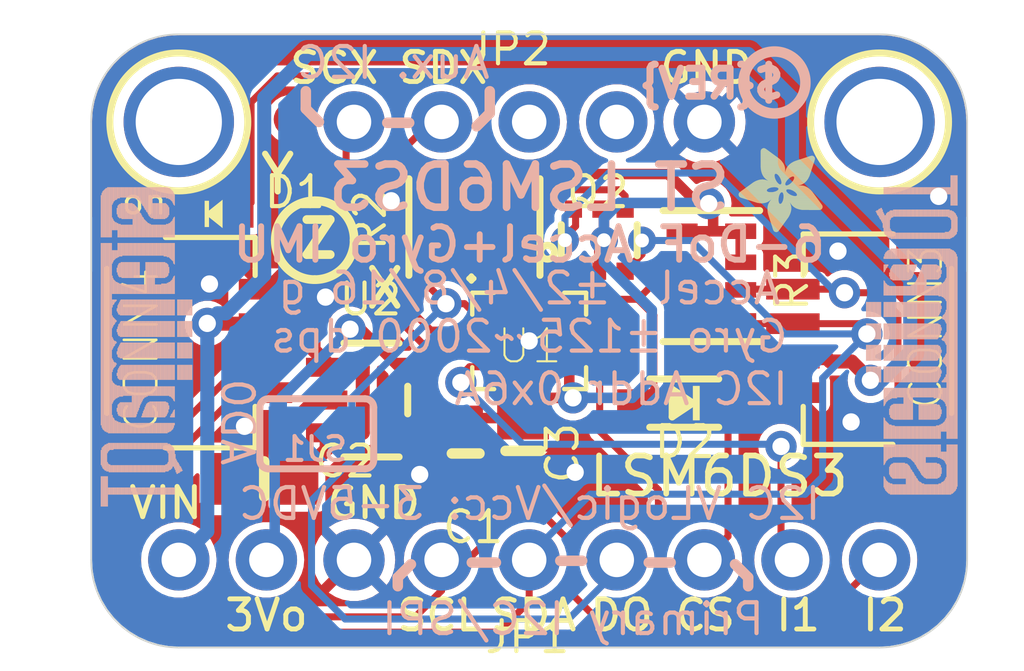
<source format=kicad_pcb>
(kicad_pcb (version 20221018) (generator pcbnew)
  (layers (0 "F.Cu" signal) (31 "B.Cu" signal) (34 "B.Paste" user) (35 "F.Paste" user) (36 "B.SilkS" user "B.Silkscreen") (37 "F.SilkS" user "F.Silkscreen") (38 "B.Mask" user) (39 "F.Mask" user) (44 "Edge.Cuts" user))
  (net 0 "")
  (net 1 "GND")
  (net 2 "SDA")
  (net 3 "SCL")
  (net 4 "SCL_3V")
  (net 5 "SDA_3V")
  (net 6 "3.3V")
  (net 7 "VCC")
  (net 8 "N$1")
  (net 9 "INT1")
  (net 10 "INT2")
  (net 11 "SDO")
  (net 12 "SDX")
  (net 13 "SCX")
  (net 14 "CS_5V")
  (net 15 "CS_3V")
  (footprint "working:RESPACK_4X0603" (layer "F.Cu") (at 153.7843 103.124 90)
    (fp_text reference "R3" (at -1.092 2.337 90) (layer "F.SilkS") (effects (font (size 0.896031 0.896031) (thickness 0.119969)) (justify left)))
    (fp_text value "10K")
    (pad "1" smd rect (at -1.3 0.85 90) (size 0.45 0.9) (layers "F.Cu" "F.Paste" "F.Mask") (net 2 "SDA"))
    (pad "2" smd rect (at -0.4 0.85 90) (size 0.45 0.9) (layers "F.Cu" "F.Paste" "F.Mask") (net 3 "SCL"))
    (pad "3" smd rect (at 0.4 0.85 90) (size 0.45 0.9) (layers "F.Cu" "F.Paste" "F.Mask") (net 6 "3.3V"))
    (pad "4" smd rect (at 1.3 0.85 90) (size 0.45 0.9) (layers "F.Cu" "F.Paste" "F.Mask") (net 6 "3.3V"))
    (pad "5" smd rect (at 1.3 -0.85 90) (size 0.45 0.9) (layers "F.Cu" "F.Paste" "F.Mask") (net 6 "3.3V"))
    (pad "6" smd rect (at 0.4 -0.85 90) (size 0.45 0.9) (layers "F.Cu" "F.Paste" "F.Mask") (net 15 "CS_3V"))
    (pad "7" smd rect (at -0.4 -0.85 90) (size 0.45 0.9) (layers "F.Cu" "F.Paste" "F.Mask") (net 7 "VCC"))
    (pad "8" smd rect (at -1.3 -0.85 90) (size 0.45 0.9) (layers "F.Cu" "F.Paste" "F.Mask") (net 7 "VCC"))
  )
  (footprint "working:SOT23-5" (layer "F.Cu") (at 143.9291 106.7181 -90)
    (fp_text reference "U2" (at -2.921 -0.943) (layer "F.SilkS") (effects (font (size 0.896031 0.896031) (thickness 0.119969)) (justify right)))
    (fp_text value "AP2112K-3.3")
    (pad "1" smd rect (at -0.95 1.3001 270) (size 0.55 1.2) (layers "F.Cu" "F.Paste" "F.Mask") (net 7 "VCC"))
    (pad "2" smd rect (at 0 1.3001 270) (size 0.55 1.2) (layers "F.Cu" "F.Paste" "F.Mask") (net 1 "GND"))
    (pad "3" smd rect (at 0.95 1.3001 270) (size 0.55 1.2) (layers "F.Cu" "F.Paste" "F.Mask") (net 7 "VCC"))
    (pad "4" smd rect (at 0.95 -1.3001 270) (size 0.55 1.2) (layers "F.Cu" "F.Paste" "F.Mask"))
    (pad "5" smd rect (at -0.95 -1.3001 270) (size 0.55 1.2) (layers "F.Cu" "F.Paste" "F.Mask") (net 6 "3.3V"))
  )
  (footprint "working:0805-NO" (layer "F.Cu") (at 148.3233 108.1913 -90)
    (fp_text reference "C3" (at -0.889 -1.143 90) (layer "F.SilkS") (effects (font (size 0.896031 0.896031) (thickness 0.119969)) (justify right)))
    (fp_text value "10uF")
    (pad "1" smd rect (at -0.95 0 270) (size 1.24 1.5) (layers "F.Cu" "F.Paste" "F.Mask") (net 6 "3.3V"))
    (pad "2" smd rect (at 0.95 0 270) (size 1.24 1.5) (layers "F.Cu" "F.Paste" "F.Mask") (net 1 "GND"))
  )
  (footprint "working:SOD-323" (layer "F.Cu") (at 152.9969 106.807 180)
    (fp_text reference "D2" (at -0.973 -1.127) (layer "F.SilkS") (effects (font (size 0.896031 0.896031) (thickness 0.119969)) (justify right)))
    (fp_text value "1N4148")
    (pad "A" smd rect (at 1.27 0 180) (size 1.35 0.8) (layers "F.Cu" "F.Paste" "F.Mask") (net 15 "CS_3V"))
    (pad "C" smd rect (at -1.27 0 180) (size 1.35 0.8) (layers "F.Cu" "F.Paste" "F.Mask") (net 14 "CS_5V"))
  )
  (footprint "working:1X05_ROUND_70" (layer "F.Cu") (at 148.5011 98.6536 180)
    (fp_text reference "JP2" (at -0.7112 2.1082) (layer "F.SilkS") (effects (font (size 0.896031 0.896031) (thickness 0.119969)) (justify right)))
    (fp_text value "")
    (pad "1" thru_hole circle (at -5.08 0 270) (size 1.778 1.778) (drill 1) (layers "*.Cu" "*.Mask") (net 1 "GND"))
    (pad "2" thru_hole circle (at -2.54 0 270) (size 1.778 1.778) (drill 1) (layers "*.Cu" "*.Mask"))
    (pad "3" thru_hole circle (at 0 0 270) (size 1.778 1.778) (drill 1) (layers "*.Cu" "*.Mask"))
    (pad "4" thru_hole circle (at 2.54 0 270) (size 1.778 1.778) (drill 1) (layers "*.Cu" "*.Mask") (net 12 "SDX"))
    (pad "5" thru_hole circle (at 5.08 0 270) (size 1.778 1.778) (drill 1) (layers "*.Cu" "*.Mask") (net 13 "SCX"))
  )
  (footprint "working:FIDUCIAL_1MM" (layer "F.Cu") (at 141.5923 98.5774)
    (fp_text reference "FID3" hide)
    (fp_text value "FIDUCIAL_1MM" hide)
    (pad "1" smd roundrect (at 0 0) (size 1 1) (layers "F.Cu" "F.Mask") (roundrect_rratio 0.5))
  )
  (footprint "working:MOUNTINGHOLE_2.5_PLATED" (layer "F.Cu") (at 138.3411 98.6536)
    (fp_text reference "U$1" hide)
    (fp_text value "MOUNTINGHOLE2.5" hide)
    (pad "P$1" thru_hole circle (at 0 0) (size 3.2 3.2) (drill 2.5) (layers "*.Cu" "*.Mask"))
    (zone (net 0) (net_name "") (layer "F.Cu") (connect_pads (clearance 0)) (min_thickness 0.25)
      (keepout (tracks not_allowed) (vias not_allowed) (pads not_allowed) (copperpour not_allowed) (footprints allowed))
      (fill (thermal_gap 0.5) (thermal_bridge_width 0.5))
      (polygon (pts (xy 140.3571 98.6536) (xy 140.33748 98.373027) (xy 140.279004 98.097915) (xy 140.182808 97.833619) (xy 140.050765 97.585283) (xy 139.885446 97.35774) (xy 139.690067 97.15542) (xy 139.468433 96.98226) (xy 139.224856 96.841631) (xy 138.964078 96.73627) (xy 138.691175 96.668228) (xy 138.411457 96.638828) (xy 138.130371 96.648644) (xy 137.853385 96.697484) (xy 137.585893 96.784397) (xy 137.3331 96.907693) (xy 137.099926 97.06497) (xy 136.890911 97.253169) (xy 136.710122 97.468625) (xy 136.561078 97.707145) (xy 136.44668 97.964087) (xy 136.369154 98.23445) (xy 136.330011 98.512971) (xy 136.330011 98.794229) (xy 136.369154 99.07275) (xy 136.44668 99.343113) (xy 136.561078 99.600055) (xy 136.710122 99.838575) (xy 136.890911 100.054031) (xy 137.099926 100.24223) (xy 137.3331 100.399507) (xy 137.585893 100.522803) (xy 137.853385 100.609716) (xy 138.130371 100.658556) (xy 138.411457 100.668372) (xy 138.691175 100.638972) (xy 138.964078 100.57093) (xy 139.224856 100.465569) (xy 139.468433 100.32494) (xy 139.690067 100.15178) (xy 139.885446 99.94946) (xy 140.050765 99.721917) (xy 140.182808 99.473581) (xy 140.279004 99.209285) (xy 140.33748 98.934173)))
      (polygon (pts (xy 138.3251 98.6536) (xy 138.329786 98.664914) (xy 138.3411 98.6696) (xy 138.352414 98.664914) (xy 138.3571 98.6536) (xy 138.352414 98.642286) (xy 138.3411 98.6376) (xy 138.329786 98.642286)))
    )
    (zone (net 0) (net_name "") (layer "B.Cu") (connect_pads (clearance 0)) (min_thickness 0.25)
      (keepout (tracks not_allowed) (vias not_allowed) (pads not_allowed) (copperpour not_allowed) (footprints allowed))
      (fill (thermal_gap 0.5) (thermal_bridge_width 0.5))
      (polygon (pts (xy 140.3571 98.6536) (xy 140.33748 98.373027) (xy 140.279004 98.097915) (xy 140.182808 97.833619) (xy 140.050765 97.585283) (xy 139.885446 97.35774) (xy 139.690067 97.15542) (xy 139.468433 96.98226) (xy 139.224856 96.841631) (xy 138.964078 96.73627) (xy 138.691175 96.668228) (xy 138.411457 96.638828) (xy 138.130371 96.648644) (xy 137.853385 96.697484) (xy 137.585893 96.784397) (xy 137.3331 96.907693) (xy 137.099926 97.06497) (xy 136.890911 97.253169) (xy 136.710122 97.468625) (xy 136.561078 97.707145) (xy 136.44668 97.964087) (xy 136.369154 98.23445) (xy 136.330011 98.512971) (xy 136.330011 98.794229) (xy 136.369154 99.07275) (xy 136.44668 99.343113) (xy 136.561078 99.600055) (xy 136.710122 99.838575) (xy 136.890911 100.054031) (xy 137.099926 100.24223) (xy 137.3331 100.399507) (xy 137.585893 100.522803) (xy 137.853385 100.609716) (xy 138.130371 100.658556) (xy 138.411457 100.668372) (xy 138.691175 100.638972) (xy 138.964078 100.57093) (xy 139.224856 100.465569) (xy 139.468433 100.32494) (xy 139.690067 100.15178) (xy 139.885446 99.94946) (xy 140.050765 99.721917) (xy 140.182808 99.473581) (xy 140.279004 99.209285) (xy 140.33748 98.934173)))
      (polygon (pts (xy 138.3251 98.6536) (xy 138.329786 98.664914) (xy 138.3411 98.6696) (xy 138.352414 98.664914) (xy 138.3571 98.6536) (xy 138.352414 98.642286) (xy 138.3411 98.6376) (xy 138.329786 98.642286)))
    )
  )
  (footprint "working:ADAFRUIT_2.5MM" (layer "F.Cu") (at 157.0101 99.4156 180)
    (fp_text reference "U$9" hide)
    (fp_text value "" hide)
  )
  (footprint "working:SOT363" (layer "F.Cu") (at 150.5331 102.0826)
    (fp_text reference "Q2" (at -1.016 -1.397) (layer "F.SilkS") (effects (font (size 0.896031 0.896031) (thickness 0.119969)) (justify left)))
    (fp_text value "BSS138")
    (pad "1" smd rect (at -0.75 0.9) (size 0.5 0.5) (layers "F.Cu" "F.Paste" "F.Mask") (net 4 "SCL_3V"))
    (pad "2" smd rect (at 0 0.9) (size 0.4 0.5) (layers "F.Cu" "F.Paste" "F.Mask") (net 6 "3.3V"))
    (pad "3" smd rect (at 0.75 0.9) (size 0.5 0.5) (layers "F.Cu" "F.Paste" "F.Mask") (net 2 "SDA"))
    (pad "4" smd rect (at 0.75 -0.9) (size 0.5 0.5) (layers "F.Cu" "F.Paste" "F.Mask") (net 5 "SDA_3V"))
    (pad "5" smd rect (at 0 -0.9) (size 0.4 0.5) (layers "F.Cu" "F.Paste" "F.Mask") (net 6 "3.3V"))
    (pad "6" smd rect (at -0.75 -0.9) (size 0.5 0.5) (layers "F.Cu" "F.Paste" "F.Mask") (net 3 "SCL"))
  )
  (footprint "working:LGA-14L" (layer "F.Cu") (at 148.5011 105.0036)
    (fp_text reference "U1" (at -0.984 0.151) (layer "F.SilkS") (effects (font (size 0.956178 0.956178) (thickness 0.059822)) (justify left)))
    (fp_text value "LSM6DS3")
    (fp_text user "." (at -2.159 -1.524) (layer "F.SilkS") (effects (font (size 1.63576 1.63576) (thickness 0.14224)) (justify left bottom)))
    (pad "1" smd rect (at -1.1625 -0.75) (size 0.475 0.25) (layers "F.Cu" "F.Paste" "F.Mask") (net 11 "SDO"))
    (pad "2" smd rect (at -1.1625 -0.25) (size 0.475 0.25) (layers "F.Cu" "F.Paste" "F.Mask") (net 12 "SDX"))
    (pad "3" smd rect (at -1.1625 0.25) (size 0.475 0.25) (layers "F.Cu" "F.Paste" "F.Mask") (net 13 "SCX"))
    (pad "4" smd rect (at -1.1625 0.75) (size 0.475 0.25) (layers "F.Cu" "F.Paste" "F.Mask") (net 9 "INT1"))
    (pad "5" smd rect (at -0.5 0.9125 90) (size 0.475 0.25) (layers "F.Cu" "F.Paste" "F.Mask") (net 6 "3.3V"))
    (pad "6" smd rect (at 0 0.9125 90) (size 0.475 0.25) (layers "F.Cu" "F.Paste" "F.Mask") (net 1 "GND"))
    (pad "7" smd rect (at 0.5 0.9125 90) (size 0.475 0.25) (layers "F.Cu" "F.Paste" "F.Mask") (net 1 "GND"))
    (pad "8" smd rect (at 1.1625 0.75 180) (size 0.475 0.25) (layers "F.Cu" "F.Paste" "F.Mask") (net 6 "3.3V"))
    (pad "9" smd rect (at 1.1625 0.25 180) (size 0.475 0.25) (layers "F.Cu" "F.Paste" "F.Mask") (net 10 "INT2"))
    (pad "10" smd rect (at 1.1625 -0.25 180) (size 0.475 0.25) (layers "F.Cu" "F.Paste" "F.Mask"))
    (pad "11" smd rect (at 1.1625 -0.75 180) (size 0.475 0.25) (layers "F.Cu" "F.Paste" "F.Mask"))
    (pad "12" smd rect (at 0.5 -0.9125 270) (size 0.475 0.25) (layers "F.Cu" "F.Paste" "F.Mask") (net 15 "CS_3V"))
    (pad "13" smd rect (at 0 -0.9125 270) (size 0.475 0.25) (layers "F.Cu" "F.Paste" "F.Mask") (net 4 "SCL_3V"))
    (pad "14" smd rect (at -0.5 -0.9125 270) (size 0.475 0.25) (layers "F.Cu" "F.Paste" "F.Mask") (net 5 "SDA_3V"))
  )
  (footprint "working:JST_SH4" (layer "F.Cu") (at 138.3411 105.0036 -90)
    (fp_text reference "CONN4" (at -2.187 1.085 90) (layer "F.SilkS") (effects (font (size 0.941222 0.941222) (thickness 0.074778)) (justify right)))
    (fp_text value "STEMMA_I2C_QT" hide)
    (pad "1" smd rect (at -1.5 -2.514) (size 1.55 0.6) (layers "F.Cu" "F.Paste" "F.Mask") (net 1 "GND"))
    (pad "2" smd rect (at -0.5 -2.514) (size 1.55 0.6) (layers "F.Cu" "F.Paste" "F.Mask") (net 7 "VCC"))
    (pad "3" smd rect (at 0.5 -2.514) (size 1.55 0.6) (layers "F.Cu" "F.Paste" "F.Mask") (net 2 "SDA"))
    (pad "4" smd rect (at 1.5 -2.514) (size 1.55 0.6) (layers "F.Cu" "F.Paste" "F.Mask") (net 3 "SCL"))
    (pad "MT1" smd rect (at -2.8 1.386) (size 1.8 1.2) (layers "F.Cu" "F.Paste" "F.Mask"))
    (pad "MT2" smd rect (at 2.8 1.386) (size 1.8 1.2) (layers "F.Cu" "F.Paste" "F.Mask"))
  )
  (footprint "working:0805-NO" (layer "F.Cu") (at 140.8176 109.0041 180)
    (fp_text reference "C2" (at -3.302 0.508) (layer "F.SilkS") (effects (font (size 0.896031 0.896031) (thickness 0.119969)) (justify right)))
    (fp_text value "10uF")
    (pad "1" smd rect (at -0.95 0 180) (size 1.24 1.5) (layers "F.Cu" "F.Paste" "F.Mask") (net 7 "VCC"))
    (pad "2" smd rect (at 0.95 0 180) (size 1.24 1.5) (layers "F.Cu" "F.Paste" "F.Mask") (net 1 "GND"))
  )
  (footprint "working:JST_SH4" (layer "F.Cu") (at 158.6611 105.0036 90)
    (fp_text reference "CONN3" (at -2.06 1.339 90) (layer "F.SilkS") (effects (font (size 0.941222 0.941222) (thickness 0.074778)) (justify left)))
    (fp_text value "STEMMA_I2C_QT" hide)
    (pad "1" smd rect (at -1.5 -2.514 180) (size 1.55 0.6) (layers "F.Cu" "F.Paste" "F.Mask") (net 1 "GND"))
    (pad "2" smd rect (at -0.5 -2.514 180) (size 1.55 0.6) (layers "F.Cu" "F.Paste" "F.Mask") (net 7 "VCC"))
    (pad "3" smd rect (at 0.5 -2.514 180) (size 1.55 0.6) (layers "F.Cu" "F.Paste" "F.Mask") (net 2 "SDA"))
    (pad "4" smd rect (at 1.5 -2.514 180) (size 1.55 0.6) (layers "F.Cu" "F.Paste" "F.Mask") (net 3 "SCL"))
    (pad "MT1" smd rect (at -2.8 1.386 180) (size 1.8 1.2) (layers "F.Cu" "F.Paste" "F.Mask"))
    (pad "MT2" smd rect (at 2.8 1.386 180) (size 1.8 1.2) (layers "F.Cu" "F.Paste" "F.Mask"))
  )
  (footprint "working:FIDUCIAL_1MM" (layer "F.Cu") (at 160.2359 109.5248)
    (fp_text reference "FID4" hide)
    (fp_text value "FIDUCIAL_1MM" hide)
    (pad "1" smd roundrect (at 0 0) (size 1 1) (layers "F.Cu" "F.Mask") (roundrect_rratio 0.5))
  )
  (footprint "working:CHIPLED_0603_NOOUTLINE" (layer "F.Cu") (at 139.3571 101.3206 90)
    (fp_text reference "D1" (at 0.635 3.302) (layer "F.SilkS") (effects (font (size 0.896031 0.896031) (thickness 0.119969)) (justify right)))
    (fp_text value "GREEN")
    (pad "A" smd rect (at 0 0.75 90) (size 0.8 0.8) (layers "F.Cu" "F.Paste" "F.Mask") (net 8 "N$1"))
    (pad "C" smd rect (at 0 -0.75 90) (size 0.8 0.8) (layers "F.Cu" "F.Paste" "F.Mask") (net 1 "GND"))
  )
  (footprint "working:MOUNTINGHOLE_2.5_PLATED" (layer "F.Cu") (at 158.6611 98.6536)
    (fp_text reference "U$17" hide)
    (fp_text value "MOUNTINGHOLE2.5" hide)
    (pad "P$1" thru_hole circle (at 0 0) (size 3.2 3.2) (drill 2.5) (layers "*.Cu" "*.Mask"))
    (zone (net 0) (net_name "") (layer "F.Cu") (connect_pads (clearance 0)) (min_thickness 0.25)
      (keepout (tracks not_allowed) (vias not_allowed) (pads not_allowed) (copperpour not_allowed) (footprints allowed))
      (fill (thermal_gap 0.5) (thermal_bridge_width 0.5))
      (polygon (pts (xy 160.6771 98.6536) (xy 160.65748 98.373027) (xy 160.599004 98.097915) (xy 160.502808 97.833619) (xy 160.370765 97.585283) (xy 160.205446 97.35774) (xy 160.010067 97.15542) (xy 159.788433 96.98226) (xy 159.544856 96.841631) (xy 159.284078 96.73627) (xy 159.011175 96.668228) (xy 158.731457 96.638828) (xy 158.450371 96.648644) (xy 158.173385 96.697484) (xy 157.905893 96.784397) (xy 157.6531 96.907693) (xy 157.419926 97.06497) (xy 157.210911 97.253169) (xy 157.030122 97.468625) (xy 156.881078 97.707145) (xy 156.76668 97.964087) (xy 156.689154 98.23445) (xy 156.650011 98.512971) (xy 156.650011 98.794229) (xy 156.689154 99.07275) (xy 156.76668 99.343113) (xy 156.881078 99.600055) (xy 157.030122 99.838575) (xy 157.210911 100.054031) (xy 157.419926 100.24223) (xy 157.6531 100.399507) (xy 157.905893 100.522803) (xy 158.173385 100.609716) (xy 158.450371 100.658556) (xy 158.731457 100.668372) (xy 159.011175 100.638972) (xy 159.284078 100.57093) (xy 159.544856 100.465569) (xy 159.788433 100.32494) (xy 160.010067 100.15178) (xy 160.205446 99.94946) (xy 160.370765 99.721917) (xy 160.502808 99.473581) (xy 160.599004 99.209285) (xy 160.65748 98.934173)))
      (polygon (pts (xy 158.6451 98.6536) (xy 158.649786 98.664914) (xy 158.6611 98.6696) (xy 158.672414 98.664914) (xy 158.6771 98.6536) (xy 158.672414 98.642286) (xy 158.6611 98.6376) (xy 158.649786 98.642286)))
    )
    (zone (net 0) (net_name "") (layer "B.Cu") (connect_pads (clearance 0)) (min_thickness 0.25)
      (keepout (tracks not_allowed) (vias not_allowed) (pads not_allowed) (copperpour not_allowed) (footprints allowed))
      (fill (thermal_gap 0.5) (thermal_bridge_width 0.5))
      (polygon (pts (xy 160.6771 98.6536) (xy 160.65748 98.373027) (xy 160.599004 98.097915) (xy 160.502808 97.833619) (xy 160.370765 97.585283) (xy 160.205446 97.35774) (xy 160.010067 97.15542) (xy 159.788433 96.98226) (xy 159.544856 96.841631) (xy 159.284078 96.73627) (xy 159.011175 96.668228) (xy 158.731457 96.638828) (xy 158.450371 96.648644) (xy 158.173385 96.697484) (xy 157.905893 96.784397) (xy 157.6531 96.907693) (xy 157.419926 97.06497) (xy 157.210911 97.253169) (xy 157.030122 97.468625) (xy 156.881078 97.707145) (xy 156.76668 97.964087) (xy 156.689154 98.23445) (xy 156.650011 98.512971) (xy 156.650011 98.794229) (xy 156.689154 99.07275) (xy 156.76668 99.343113) (xy 156.881078 99.600055) (xy 157.030122 99.838575) (xy 157.210911 100.054031) (xy 157.419926 100.24223) (xy 157.6531 100.399507) (xy 157.905893 100.522803) (xy 158.173385 100.609716) (xy 158.450371 100.658556) (xy 158.731457 100.668372) (xy 159.011175 100.638972) (xy 159.284078 100.57093) (xy 159.544856 100.465569) (xy 159.788433 100.32494) (xy 160.010067 100.15178) (xy 160.205446 99.94946) (xy 160.370765 99.721917) (xy 160.502808 99.473581) (xy 160.599004 99.209285) (xy 160.65748 98.934173)))
      (polygon (pts (xy 158.6451 98.6536) (xy 158.649786 98.664914) (xy 158.6611 98.6696) (xy 158.672414 98.664914) (xy 158.6771 98.6536) (xy 158.672414 98.642286) (xy 158.6611 98.6376) (xy 158.649786 98.642286)))
    )
  )
  (footprint "working:1X09_ROUND_70" (layer "F.Cu") (at 148.5011 111.3536)
    (fp_text reference "JP1" (at -1.3462 2.2352) (layer "F.SilkS") (effects (font (size 0.896031 0.896031) (thickness 0.119969)) (justify left)))
    (fp_text value "")
    (pad "1" thru_hole circle (at -10.16 0 90) (size 1.778 1.778) (drill 1) (layers "*.Cu" "*.Mask") (net 7 "VCC"))
    (pad "2" thru_hole circle (at -7.62 0 90) (size 1.778 1.778) (drill 1) (layers "*.Cu" "*.Mask") (net 6 "3.3V"))
    (pad "3" thru_hole circle (at -5.08 0 90) (size 1.778 1.778) (drill 1) (layers "*.Cu" "*.Mask") (net 1 "GND"))
    (pad "4" thru_hole circle (at -2.54 0 90) (size 1.778 1.778) (drill 1) (layers "*.Cu" "*.Mask") (net 3 "SCL"))
    (pad "5" thru_hole circle (at 0 0 90) (size 1.778 1.778) (drill 1) (layers "*.Cu" "*.Mask") (net 2 "SDA"))
    (pad "6" thru_hole circle (at 2.54 0 90) (size 1.778 1.778) (drill 1) (layers "*.Cu" "*.Mask") (net 11 "SDO"))
    (pad "7" thru_hole circle (at 5.08 0 90) (size 1.778 1.778) (drill 1) (layers "*.Cu" "*.Mask") (net 14 "CS_5V"))
    (pad "8" thru_hole circle (at 7.62 0 90) (size 1.778 1.778) (drill 1) (layers "*.Cu" "*.Mask") (net 9 "INT1"))
    (pad "9" thru_hole circle (at 10.16 0 90) (size 1.778 1.778) (drill 1) (layers "*.Cu" "*.Mask") (net 10 "INT2"))
  )
  (footprint "working:RESPACK_4X0603" (layer "F.Cu") (at 146.9136 101.7016 180)
    (fp_text reference "R2" (at 3.0355 1.1555 90) (layer "F.SilkS") (effects (font (size 0.896031 0.896031) (thickness 0.119969)) (justify right)))
    (fp_text value "10K")
    (pad "1" smd rect (at -1.3 0.85 180) (size 0.45 0.9) (layers "F.Cu" "F.Paste" "F.Mask") (net 6 "3.3V"))
    (pad "2" smd rect (at -0.4 0.85 180) (size 0.45 0.9) (layers "F.Cu" "F.Paste" "F.Mask") (net 6 "3.3V"))
    (pad "3" smd rect (at 0.4 0.85 180) (size 0.45 0.9) (layers "F.Cu" "F.Paste" "F.Mask") (net 8 "N$1"))
    (pad "4" smd rect (at 1.3 0.85 180) (size 0.45 0.9) (layers "F.Cu" "F.Paste" "F.Mask") (net 1 "GND"))
    (pad "5" smd rect (at 1.3 -0.85 180) (size 0.45 0.9) (layers "F.Cu" "F.Paste" "F.Mask") (net 11 "SDO"))
    (pad "6" smd rect (at 0.4 -0.85 180) (size 0.45 0.9) (layers "F.Cu" "F.Paste" "F.Mask") (net 6 "3.3V"))
    (pad "7" smd rect (at -0.4 -0.85 180) (size 0.45 0.9) (layers "F.Cu" "F.Paste" "F.Mask") (net 5 "SDA_3V"))
    (pad "8" smd rect (at -1.3 -0.85 180) (size 0.45 0.9) (layers "F.Cu" "F.Paste" "F.Mask") (net 4 "SCL_3V"))
  )
  (footprint "working:0603-NO" (layer "F.Cu") (at 146.6596 108.2675 -90)
    (fp_text reference "C1" (at 2.1336 0.7366) (layer "F.SilkS") (effects (font (size 0.896031 0.896031) (thickness 0.119969)) (justify left)))
    (fp_text value "0.1uF")
    (pad "1" smd rect (at -0.85 0 270) (size 1.075 1) (layers "F.Cu" "F.Paste" "F.Mask") (net 6 "3.3V"))
    (pad "2" smd rect (at 0.85 0 270) (size 1.075 1) (layers "F.Cu" "F.Paste" "F.Mask") (net 1 "GND"))
  )
  (footprint "working:SOLDERJUMPER_ARROW_NOPASTE" (layer "B.Cu") (at 142.3416 107.696 180)
    (fp_text reference "SJ1" (at -0.9525 -0.4445) (layer "B.SilkS") (effects (font (size 0.692831 0.692831) (thickness 0.119969)) (justify left mirror)))
    (fp_text value "")
    (fp_poly (pts (xy 0.106121 -0.002663) (xy -0.679416 -0.7882) (xy -1.3946 -0.7882) (xy -1.3946 0.7882) (xy -0.62715 0.7882)) (fill solid) (layer "B.Cu"))
    (fp_poly (pts (xy 1.3946 -0.7882) (xy -0.315893 -0.7882) (xy 0.443148 0) (xy -0.315893 0.7882) (xy 1.3946 0.7882)) (fill solid) (layer "B.Cu"))
    (pad "1" smd roundrect (at -1.016 0 180) (size 0.762 1.524) (layers "B.Cu") (net 11 "SDO"))
    (pad "2" smd roundrect (at 1.016 0 180) (size 0.762 1.524) (layers "B.Cu") (net 6 "3.3V"))
  )
  (footprint "working:STEMMAQT" (layer "B.Cu") (at 138.7221 100.5586 -90)
    (fp_text reference "U$31" hide)
    (fp_text value "" hide)
  )
  (footprint "working:PCBFEAT-REV-040" (layer "B.Cu") (at 155.6131 97.5106 180)
    (fp_text reference "U$25" hide)
    (fp_text value "" hide)
    (fp_text user "${REV}" (at -0.3556 -0.508) (layer "B.SilkS") (effects (font (size 0.8128 0.8128) (thickness 0.2032)) (justify left bottom mirror)))
  )
  (footprint "working:STEMMAQT" (layer "B.Cu") (at 158.2801 109.4486 90)
    (fp_text reference "U$30" hide)
    (fp_text value "" hide)
  )
  (gr_line (start 154.8511 111.8616) (end 154.8511 112.1156) (stroke (width 0.3048)) (layer "B.SilkS"))
  (gr_line (start 142.0241 98.2726) (end 142.0241 97.7646) (stroke (width 0.3048)) (layer "B.SilkS"))
  (gr_line (start 145.0721 111.4806) (end 144.6911 111.8616) (stroke (width 0.3048)) (layer "B.SilkS"))
  (gr_line (start 147.3581 98.3996) (end 147.3581 97.7646) (stroke (width 0.3048)) (layer "B.SilkS"))
  (gr_line (start 144.6911 111.8616) (end 144.6911 112.1156) (stroke (width 0.3048)) (layer "B.SilkS"))
  (gr_line (start 154.4701 111.4806) (end 154.8511 111.8616) (stroke (width 0.3048)) (layer "B.SilkS"))
  (gr_line (start 144.3863 98.679) (end 145.0213 98.679) (stroke (width 0.3048)) (layer "B.SilkS"))
  (gr_line (start 146.9771 98.7806) (end 147.3581 98.3996) (stroke (width 0.3048)) (layer "B.SilkS"))
  (gr_line (start 142.4051 98.6536) (end 142.0241 98.2726) (stroke (width 0.3048)) (layer "B.SilkS"))
  (gr_line (start 152.6032 111.4298) (end 151.9682 111.4298) (stroke (width 0.3048)) (layer "B.SilkS"))
  (gr_line (start 147.5359 111.4298) (end 146.8374 111.4298) (stroke (width 0.3048)) (layer "B.SilkS"))
  (gr_line (start 150.0378 111.379) (end 149.4028 111.379) (stroke (width 0.3048)) (layer "B.SilkS"))
  (gr_arc (start 142.2821 103.2266) (mid 141.473877 102.891823) (end 141.1391 102.0836) (stroke (width 0.254)) (layer "F.SilkS"))
  (gr_arc (start 142.2821 100.9406) (mid 143.096188 101.269514) (end 143.4251 102.083602) (stroke (width 0.254)) (layer "F.SilkS"))
  (gr_arc (start 143.4251 102.0836) (mid 143.090323 102.891823) (end 142.2821 103.2266) (stroke (width 0.254)) (layer "F.SilkS"))
  (gr_arc (start 141.1391 102.0836) (mid 141.473877 101.275377) (end 142.2821 100.9406) (stroke (width 0.254)) (layer "F.SilkS"))
  (gr_line (start 158.6611 96.1136) (end 138.3411 96.1136) (stroke (width 0.05)) (layer "Edge.Cuts"))
  (gr_arc (start 138.3411 113.8936) (mid 136.545049 113.149651) (end 135.8011 111.3536) (stroke (width 0.05)) (layer "Edge.Cuts"))
  (gr_arc (start 161.2011 111.3536) (mid 160.457151 113.149651) (end 158.6611 113.8936) (stroke (width 0.05)) (layer "Edge.Cuts"))
  (gr_line (start 161.2011 111.3536) (end 161.2011 98.6536) (stroke (width 0.05)) (layer "Edge.Cuts"))
  (gr_line (start 135.8011 98.6536) (end 135.8011 111.3536) (stroke (width 0.05)) (layer "Edge.Cuts"))
  (gr_arc (start 135.8011 98.6536) (mid 136.545049 96.857549) (end 138.3411 96.1136) (stroke (width 0.05)) (layer "Edge.Cuts"))
  (gr_arc (start 158.6611 96.1136) (mid 160.457151 96.857549) (end 161.2011 98.6536) (stroke (width 0.05)) (layer "Edge.Cuts"))
  (gr_line (start 138.3411 113.8936) (end 158.6611 113.8936) (stroke (width 0.05)) (layer "Edge.Cuts"))
  (gr_text "6-DoF Accel+Gyro IMU" (at 148.5011 102.2096) (layer "B.SilkS") (effects (font (size 0.97155 0.97155) (thickness 0.17145)) (justify mirror)))
  (gr_text "AD0" (at 140.0302 107.3531 -90) (layer "B.SilkS") (effects (font (size 0.89408 0.89408) (thickness 0.12192)) (justify mirror)))
  (gr_text "I2C Addr 0x6A" (at 151.1681 106.4006) (layer "B.SilkS") (effects (font (size 0.89408 0.89408) (thickness 0.12192)) (justify mirror)))
  (gr_text "I2C VLogic/Vcc: 3-5VDC" (at 148.5138 109.728) (layer "B.SilkS") (effects (font (size 0.89408 0.89408) (thickness 0.12192)) (justify mirror)))
  (gr_text "Aux. I2C" (at 144.5641 96.9391) (layer "B.SilkS") (effects (font (size 0.89408 0.89408) (thickness 0.12192)) (justify mirror)))
  (gr_text "Gyro ±125~~2000 dps" (at 148.5011 104.8766) (layer "B.SilkS") (effects (font (size 0.89408 0.89408) (thickness 0.12192)) (justify mirror)))
  (gr_text "ST LSM6DS3" (at 148.5011 100.5586) (layer "B.SilkS") (effects (font (size 1.25222 1.25222) (thickness 0.22098)) (justify mirror)))
  (gr_text "Primary I2C/SPI" (at 149.7711 113.0681) (layer "B.SilkS") (effects (font (size 0.89408 0.89408) (thickness 0.12192)) (justify mirror)))
  (gr_text "Accel  ±2/4/8/16 g" (at 148.5011 103.4796) (layer "B.SilkS") (effects (font (size 0.89408 0.89408) (thickness 0.12192)) (justify mirror)))
  (gr_text "SDX" (at 146.0119 97.08515) (layer "F.SilkS") (effects (font (size 0.87376 0.87376) (thickness 0.14224))))
  (gr_text "Y" (at 140.6231 100.8116) (layer "F.SilkS") (effects (font (size 1.0922 1.0922) (thickness 0.1778)) (justify left bottom)))
  (gr_text "SDA" (at 148.6281 112.96015) (layer "F.SilkS") (effects (font (size 0.87376 0.87376) (thickness 0.14224))))
  (gr_text "SCX" (at 142.8496 97.08515) (layer "F.SilkS") (effects (font (size 0.87376 0.87376) (thickness 0.14224))))
  (gr_text "GND" (at 153.6446 97.08515) (layer "F.SilkS") (effects (font (size 0.87376 0.87376) (thickness 0.14224))))
  (gr_text "I2" (at 158.8135 112.96015) (layer "F.SilkS") (effects (font (size 0.87376 0.87376) (thickness 0.14224))))
  (gr_text "VIN" (at 137.9601 109.7026) (layer "F.SilkS") (effects (font (size 0.87376 0.87376) (thickness 0.14224))))
  (gr_text "3Vo" (at 140.8811 112.96015) (layer "F.SilkS") (effects (font (size 0.87376 0.87376) (thickness 0.14224))))
  (gr_text "GND" (at 143.9926 109.7026) (layer "F.SilkS") (effects (font (size 0.87376 0.87376) (thickness 0.14224))))
  (gr_text "X" (at 144.9491 102.8456) (layer "F.SilkS") (effects (font (size 1.0922 1.0922) (thickness 0.1778)) (justify right top)))
  (gr_text "SCL" (at 145.8976 112.96015) (layer "F.SilkS") (effects (font (size 0.87376 0.87376) (thickness 0.14224))))
  (gr_text "LSM6DS3" (at 154.0002 108.9279) (layer "F.SilkS") (effects (font (size 1.1049 1.1049) (thickness 0.1651))))
  (gr_text "I1" (at 156.2989 112.96015) (layer "F.SilkS") (effects (font (size 0.87376 0.87376) (thickness 0.14224))))
  (gr_text "on" (at 136.6266 101.3841) (layer "F.SilkS") (effects (font (size 0.715264 0.715264) (thickness 0.097536)) (justify left bottom)))
  (gr_text "CS" (at 153.6065 112.96015) (layer "F.SilkS") (effects (font (size 0.87376 0.87376) (thickness 0.14224))))
  (gr_text "Z" (at 143.0441 101.4486) (layer "F.SilkS") (effects (font (size 1.016 1.016) (thickness 0.254)) (justify right top)))
  (gr_text "DO" (at 151.1808 112.96015) (layer "F.SilkS") (effects (font (size 0.87376 0.87376) (thickness 0.14224))))
  (segment (start 142.629 106.7181) (end 142.5509 106.7962) (width 0.4064) (layer "F.Cu") (net 1))
  (segment (start 141.430762 107.4801) (end 140.2461 107.4801) (width 0.4064) (layer "F.Cu") (net 1))
  (segment (start 142.5509 106.7962) (end 142.114662 106.7962) (width 0.254) (layer "F.Cu") (net 1))
  (segment (start 148.5011 105.9161) (end 148.5011 105.0036) (width 0.2032) (layer "F.Cu") (net 1))
  (segment (start 142.114662 106.7962) (end 141.430762 107.4801) (width 0.254) (layer "F.Cu") (net 1))
  (via (at 145.3261 108.8771) (size 0.9064) (drill 0.5) (layers "F.Cu" "B.Cu") (net 1))
  (via (at 149.8346 108.8136) (size 0.9064) (drill 0.5) (layers "F.Cu" "B.Cu") (net 1))
  (via (at 148.5011 105.0036) (size 0.9064) (drill 0.5) (layers "F.Cu" "B.Cu") (net 1))
  (via (at 160.3756 100.8126) (size 0.9064) (drill 0.5) (layers "F.Cu" "B.Cu") (net 1))
  (via (at 157.4546 102.4001) (size 0.9064) (drill 0.5) (layers "F.Cu" "B.Cu") (net 1))
  (via (at 142.5956 103.7336) (size 0.9064) (drill 0.5) (layers "F.Cu" "B.Cu") (net 1))
  (via (at 140.2461 107.4801) (size 0.9064) (drill 0.5) (layers "F.Cu" "B.Cu") (net 1))
  (via (at 144.5006 100.9396) (size 0.9064) (drill 0.5) (layers "F.Cu" "B.Cu") (net 1))
  (via (at 157.8356 107.3531) (size 0.9064) (drill 0.5) (layers "F.Cu" "B.Cu") (net 1))
  (via (at 139.2301 103.3526) (size 0.9064) (drill 0.5) (layers "F.Cu" "B.Cu") (net 1))
  (segment (start 136.6901 109.99965) (end 136.6901 112.0521) (width 0.2032) (layer "F.Cu") (net 2))
  (segment (start 158.2928 104.5036) (end 158.2928 104.8004) (width 0.2032) (layer "F.Cu") (net 2))
  (segment (start 138.0871 113.4491) (end 147.6121 113.4491) (width 0.2032) (layer "F.Cu") (net 2))
  (segment (start 147.6121 113.4491) (end 148.5011 112.5601) (width 0.2032) (layer "F.Cu") (net 2))
  (segment (start 156.1471 104.5036) (end 154.7139 104.5036) (width 0.2032) (layer "F.Cu") (net 2))
  (segment (start 138.1599 108.52985) (end 136.6901 109.99965) (width 0.2032) (layer "F.Cu") (net 2))
  (segment (start 151.7731 102.4926) (end 151.7731 102.091738) (width 0.2032) (layer "F.Cu") (net 2))
  (segment (start 154.6343 104.424) (end 154.7139 104.5036) (width 0.2032) (layer "F.Cu") (net 2))
  (segment (start 138.1599 107.69275) (end 138.1599 108.52985) (width 0.2032) (layer "F.Cu") (net 2))
  (segment (start 156.1471 104.5036) (end 158.2928 104.5036) (width 0.2032) (layer "F.Cu") (net 2))
  (segment (start 136.6901 112.0521) (end 138.0871 113.4491) (width 0.2032) (layer "F.Cu") (net 2))
  (segment (start 140.34905 105.5036) (end 138.1599 107.69275) (width 0.2032) (layer "F.Cu") (net 2))
  (segment (start 140.8551 105.5036) (end 140.34905 105.5036) (width 0.2032) (layer "F.Cu") (net 2))
  (segment (start 151.2831 102.9826) (end 151.7731 102.4926) (width 0.2032) (layer "F.Cu") (net 2))
  (segment (start 148.5011 112.5601) (end 148.5011 111.3536) (width 0.2032) (layer "F.Cu") (net 2))
  (via (at 151.7731 102.091738) (size 0.8064) (drill 0.4) (layers "F.Cu" "B.Cu") (net 2))
  (via (at 158.2928 104.8004) (size 0.9064) (drill 0.5) (layers "F.Cu" "B.Cu") (net 2))
  (segment (start 156.5021 109.4486) (end 150.2791 109.4486) (width 0.2032) (layer "B.Cu") (net 2))
  (segment (start 158.2928 104.8004) (end 155.9179 104.8004) (width 0.2032) (layer "B.Cu") (net 2))
  (segment (start 148.5011 111.2266) (end 148.5011 111.3536) (width 0.2032) (layer "B.Cu") (net 2))
  (segment (start 157.0101 106.0831) (end 157.0101 108.9406) (width 0.2032) (layer "B.Cu") (net 2))
  (segment (start 158.2928 104.8004) (end 157.0101 106.0831) (width 0.2032) (layer "B.Cu") (net 2))
  (segment (start 153.209237 102.091738) (end 155.9179 104.8004) (width 0.2032) (layer "B.Cu") (net 2))
  (segment (start 150.2791 109.4486) (end 148.5011 111.2266) (width 0.2032) (layer "B.Cu") (net 2))
  (segment (start 151.7731 102.091738) (end 153.209237 102.091738) (width 0.2032) (layer "B.Cu") (net 2))
  (segment (start 157.0101 108.9406) (end 156.5021 109.4486) (width 0.2032) (layer "B.Cu") (net 2))
  (segment (start 158.798034 109.802241) (end 158.798034 107.025666) (width 0.2032) (layer "F.Cu") (net 3))
  (segment (start 159.8549 111.848094) (end 159.8549 110.859107) (width 0.2032) (layer "F.Cu") (net 3))
  (segment (start 149.538937 102.0826) (end 149.538937 101.983675) (width 0.2032) (layer "F.Cu") (net 3))
  (segment (start 149.7076 112.3061) (end 150.8125 113.411) (width 0.2032) (layer "F.Cu") (net 3))
  (segment (start 145.9611 112.2426) (end 145.9611 111.3536) (width 0.2032) (layer "F.Cu") (net 3))
  (segment (start 149.7076 110.8456) (end 149.7076 112.3061) (width 0.2032) (layer "F.Cu") (net 3))
  (segment (start 137.1473 111.934563) (end 138.217337 113.0046) (width 0.2032) (layer "F.Cu") (net 3))
  (segment (start 138.5663 108.698188) (end 137.1473 110.117188) (width 0.2032) (layer "F.Cu") (net 3))
  (segment (start 145.9611 111.3536) (end 146.71755 111.3536) (width 0.2032) (layer "F.Cu") (net 3))
  (segment (start 149.7831 101.1826) (end 149.8466 101.2461) (width 0.2032) (layer "F.Cu") (net 3))
  (segment (start 145.1991 113.0046) (end 145.9611 112.2426) (width 0.2032) (layer "F.Cu") (net 3))
  (segment (start 147.92405 110.1471) (end 146.71755 111.3536) (width 0.2032) (layer "F.Cu") (net 3))
  (segment (start 150.8125 113.411) (end 158.291993 113.411) (width 0.2032) (layer "F.Cu") (net 3))
  (segment (start 156.1471 103.5036) (end 157.5421 103.5036) (width 0.2032) (layer "F.Cu") (net 3))
  (segment (start 138.5663 108.0169) (end 138.5663 108.698188) (width 0.2032) (layer "F.Cu") (net 3))
  (segment (start 157.5421 103.5036) (end 157.6451 103.6066) (width 0.2032) (layer "F.Cu") (net 3))
  (segment (start 140.0796 106.5036) (end 138.5663 108.0169) (width 0.2032) (layer "F.Cu") (net 3))
  (segment (start 154.6343 103.524) (end 154.6547 103.5036) (width 0.2032) (layer "F.Cu") (net 3))
  (segment (start 159.1945 104.2416) (end 158.5595 103.6066) (width 0.2032) (layer "F.Cu") (net 3))
  (segment (start 158.5595 103.6066) (end 157.6451 103.6066) (width 0.2032) (layer "F.Cu") (net 3))
  (segment (start 158.291993 113.411) (end 159.8549 111.848094) (width 0.2032) (layer "F.Cu") (net 3))
  (segment (start 138.217337 113.0046) (end 145.1991 113.0046) (width 0.2032) (layer "F.Cu") (net 3))
  (segment (start 147.92405 110.1471) (end 149.0091 110.1471) (width 0.2032) (layer "F.Cu") (net 3))
  (segment (start 158.798034 107.025666) (end 159.1945 106.6292) (width 0.2032) (layer "F.Cu") (net 3))
  (segment (start 149.8466 101.2461) (end 149.8466 101.676013) (width 0.2032) (layer "F.Cu") (net 3))
  (segment (start 156.1471 103.5036) (end 154.6547 103.5036) (width 0.2032) (layer "F.Cu") (net 3))
  (segment (start 149.8466 101.676013) (end 149.538937 101.983675) (width 0.2032) (layer "F.Cu") (net 3))
  (segment (start 140.8551 106.5036) (end 140.0796 106.5036) (width 0.2032) (layer "F.Cu") (net 3))
  (segment (start 137.1473 110.117188) (end 137.1473 111.934563) (width 0.2032) (layer "F.Cu") (net 3))
  (segment (start 159.1945 106.6292) (end 159.1945 104.2416) (width 0.2032) (layer "F.Cu") (net 3))
  (segment (start 149.0091 110.1471) (end 149.7076 110.8456) (width 0.2032) (layer "F.Cu") (net 3))
  (segment (start 159.8549 110.859107) (end 158.798034 109.802241) (width 0.2032) (layer "F.Cu") (net 3))
  (via (at 149.538937 102.0826) (size 0.8064) (drill 0.4) (layers "F.Cu" "B.Cu") (net 3))
  (via (at 157.6451 103.6066) (size 0.9064) (drill 0.5) (layers "F.Cu" "B.Cu") (net 3))
  (segment (start 150.807559 100.135938) (end 149.538937 101.40456) (width 0.2032) (layer "B.Cu") (net 3))
  (segment (start 153.920437 100.135938) (end 150.807559 100.135938) (width 0.2032) (layer "B.Cu") (net 3))
  (segment (start 149.538937 101.40456) (end 149.538937 102.0826) (width 0.2032) (layer "B.Cu") (net 3))
  (segment (start 157.3911 103.6066) (end 153.920437 100.135938) (width 0.2032) (layer "B.Cu") (net 3))
  (segment (start 157.6451 103.6066) (end 157.3911 103.6066) (width 0.2032) (layer "B.Cu") (net 3))
  (segment (start 148.5011 102.8391) (end 148.2136 102.5516) (width 0.2032) (layer "F.Cu") (net 4))
  (segment (start 149.783096 103.2366) (end 148.8986 103.2366) (width 0.2032) (layer "F.Cu") (net 4))
  (segment (start 148.2136 102.5516) (end 148.8986 103.2366) (width 0.2032) (layer "F.Cu") (net 4))
  (segment (start 148.5011 104.0911) (end 148.5011 102.8391) (width 0.2032) (layer "F.Cu") (net 4))
  (segment (start 149.7831 103.236597) (end 149.783096 103.2366) (width 0.2032) (layer "F.Cu") (net 4))
  (segment (start 149.7831 102.9826) (end 149.7831 103.236597) (width 0.2032) (layer "F.Cu") (net 4))
  (segment (start 151.2831 100.8006) (end 151.2831 101.1826) (width 0.2032) (layer "F.Cu") (net 5))
  (segment (start 148.8069 101.7334) (end 148.8069 101.1418) (width 0.2032) (layer "F.Cu") (net 5))
  (segment (start 147.3136 102.5516) (end 147.3136 102.2541) (width 0.2032) (layer "F.Cu") (net 5))
  (segment (start 147.3136 102.2541) (end 147.8343 101.7334) (width 0.2032) (layer "F.Cu") (net 5))
  (segment (start 151.2831 100.8006) (end 151.1046 100.6221) (width 0.2032) (layer "F.Cu") (net 5))
  (segment (start 149.3266 100.6221) (end 148.8069 101.1418) (width 0.2032) (layer "F.Cu") (net 5))
  (segment (start 147.8343 101.7334) (end 148.8069 101.7334) (width 0.2032) (layer "F.Cu") (net 5))
  (segment (start 151.1046 100.6221) (end 149.3266 100.6221) (width 0.2032) (layer "F.Cu") (net 5))
  (segment (start 148.0011 104.0911) (end 147.3136 103.4036) (width 0.2032) (layer "F.Cu") (net 5))
  (segment (start 147.3136 103.4036) (end 147.3136 102.5516) (width 0.2032) (layer "F.Cu") (net 5))
  (segment (start 152.9343 101.824) (end 153.8351 101.824) (width 0.3048) (layer "F.Cu") (net 6))
  (segment (start 150.669237 101.318738) (end 150.669237 102.0826) (width 0.3048) (layer "F.Cu") (net 6))
  (segment (start 145.2292 105.7681) (end 145.2292 106.2402) (width 0.3048) (layer "F.Cu") (net 6))
  (segment (start 153.8351 101.824) (end 154.6297 101.824) (width 0.3048) (layer "F.Cu") (net 6))
  (segment (start 154.6343 101.8286) (end 154.6343 101.824) (width 0.3048) (layer "F.Cu") (net 6))
  (segment (start 146.4065 107.4175) (end 146.6596 107.4175) (width 0.3048) (layer "F.Cu") (net 6))
  (segment (start 150.5331 101.1826) (end 150.669237 101.318738) (width 0.3048) (layer "F.Cu") (net 6))
  (segment (start 144.728087 105.7681) (end 143.6243 104.664313) (width 0.3048) (layer "F.Cu") (net 6))
  (segment (start 149.6636 106.5716) (end 149.5806 106.6546) (width 0.3048) (layer "F.Cu") (net 6))
  (segment (start 150.669237 102.0826) (end 150.5331 102.218738) (width 0.3048) (layer "F.Cu") (net 6))
  (segment (start 143.3068 104.664313) (end 143.6243 104.664313) (width 0.3048) (layer "F.Cu") (net 6))
  (segment (start 153.8351 101.1475) (end 153.8351 101.824) (width 0.3048) (layer "F.Cu") (net 6))
  (segment (start 154.6343 102.724) (end 154.6343 101.8286) (width 0.3048) (layer "F.Cu") (net 6))
  (segment (start 149.0273 100.1649) (end 148.3406 100.8516) (width 0.3048) (layer "F.Cu") (net 6))
  (segment (start 146.5136 102.1016) (end 147.3136 101.3016) (width 0.3048) (layer "F.Cu") (net 6))
  (segment (start 149.6636 105.7536) (end 149.6636 106.5716) (width 0.3048) (layer "F.Cu") (net 6))
  (segment (start 148.2136 100.8516) (end 148.3406 100.8516) (width 0.3048) (layer "F.Cu") (net 6))
  (segment (start 146.5136 102.5516) (end 146.5136 102.1016) (width 0.3048) (layer "F.Cu") (net 6))
  (segment (start 146.6596 107.4175) (end 146.8358 107.2413) (width 0.3048) (layer "F.Cu") (net 6))
  (segment (start 145.2292 106.2402) (end 146.4065 107.4175) (width 0.3048) (layer "F.Cu") (net 6))
  (segment (start 150.5331 102.218738) (end 150.5331 102.9826) (width 0.3048) (layer "F.Cu") (net 6))
  (segment (start 148.2136 100.8516) (end 147.3136 100.8516) (width 0.3048) (layer "F.Cu") (net 6))
  (segment (start 153.7081 101.0205) (end 153.3863 101.0205) (width 0.3048) (layer "F.Cu") (net 6))
  (segment (start 154.6297 101.824) (end 154.6343 101.8286) (width 0.3048) (layer "F.Cu") (net 6))
  (segment (start 153.7081 101.0205) (end 153.8351 101.1475) (width 0.3048) (layer "F.Cu") (net 6))
  (segment (start 148.3233 107.2413) (end 148.91 106.6546) (width 0.3048) (layer "F.Cu") (net 6))
  (segment (start 144.728087 105.7681) (end 145.2292 105.7681) (width 0.3048) (layer "F.Cu") (net 6))
  (segment (start 152.5307 100.1649) (end 149.0273 100.1649) (width 0.3048) (layer "F.Cu") (net 6))
  (segment (start 147.3136 101.3016) (end 147.3136 100.8516) (width 0.3048) (layer "F.Cu") (net 6))
  (segment (start 148.3233 107.2413) (end 148.0011 106.9191) (width 0.3048) (layer "F.Cu") (net 6))
  (segment (start 148.91 106.6546) (end 149.5806 106.6546) (width 0.3048) (layer "F.Cu") (net 6))
  (segment (start 153.3863 101.0205) (end 152.5307 100.1649) (width 0.3048) (layer "F.Cu") (net 6))
  (segment (start 149.5806 106.6546) (end 149.7711 106.6546) (width 0.3048) (layer "F.Cu") (net 6))
  (segment (start 148.0011 105.9161) (end 148.0011 106.9191) (width 0.3048) (layer "F.Cu") (net 6))
  (segment (start 146.8358 107.2413) (end 148.3233 107.2413) (width 0.3048) (layer "F.Cu") (net 6))
  (via (at 149.7711 106.6546) (size 0.9064) (drill 0.5) (layers "F.Cu" "B.Cu") (net 6))
  (via (at 150.669237 102.0826) (size 0.8064) (drill 0.4) (layers "F.Cu" "B.Cu") (net 6))
  (via (at 143.3068 104.664313) (size 0.9064) (drill 0.5) (layers "F.Cu" "B.Cu") (net 6))
  (via (at 153.7081 101.0205) (size 0.9064) (drill 0.5) (layers "F.Cu" "B.Cu") (net 6))
  (segment (start 152.0571 104.105463) (end 150.669237 102.7176) (width 0.3048) (layer "B.Cu") (net 6))
  (segment (start 150.669237 101.4476) (end 151.113737 101.0031) (width 0.3048) (layer "B.Cu") (net 6))
  (segment (start 143.3068 104.664313) (end 141.3256 106.645513) (width 0.3048) (layer "B.Cu") (net 6))
  (segment (start 141.1224 106.848713) (end 141.1224 111.1123) (width 0.3048) (layer "B.Cu") (net 6))
  (segment (start 141.1224 111.1123) (end 140.8811 111.3536) (width 0.3048) (layer "B.Cu") (net 6))
  (segment (start 153.6907 101.0031) (end 153.7081 101.0205) (width 0.3048) (layer "B.Cu") (net 6))
  (segment (start 151.113737 101.0031) (end 153.6907 101.0031) (width 0.3048) (layer "B.Cu") (net 6))
  (segment (start 143.3068 104.664313) (end 141.1224 106.848713) (width 0.3048) (layer "B.Cu") (net 6))
  (segment (start 152.0571 104.105463) (end 152.0571 106.0831) (width 0.3048) (layer "B.Cu") (net 6))
  (segment (start 150.669237 102.0826) (end 150.669237 101.4476) (width 0.3048) (layer "B.Cu") (net 6))
  (segment (start 150.669237 102.7176) (end 150.669237 102.0826) (width 0.3048) (layer "B.Cu") (net 6))
  (segment (start 151.4856 106.6546) (end 149.7711 106.6546) (width 0.3048) (layer "B.Cu") (net 6))
  (segment (start 152.0571 106.0831) (end 151.4856 106.6546) (width 0.3048) (layer "B.Cu") (net 6))
  (segment (start 141.3256 106.645513) (end 141.3256 107.696) (width 0.3048) (layer "B.Cu") (net 6))
  (segment (start 142.629 107.6681) (end 142.629 108.1427) (width 0.4064) (layer "F.Cu") (net 7))
  (segment (start 156.1471 105.5036) (end 153.5059 105.5036) (width 0.4064) (layer "F.Cu") (net 7))
  (segment (start 157.132243 105.5036) (end 157.229143 105.6005) (width 0.4064) (layer "F.Cu") (net 7))
  (segment (start 153.5059 105.5036) (end 152.9343 104.932) (width 0.4064) (layer "F.Cu") (net 7))
  (segment (start 142.0321 104.5036) (end 142.248 104.7195) (width 0.4064) (layer "F.Cu") (net 7))
  (segment (start 142.248 104.7195) (end 142.248 105.2601) (width 0.4064) (layer "F.Cu") (net 7))
  (segment (start 140.8551 104.5036) (end 142.0321 104.5036) (width 0.4064) (layer "F.Cu") (net 7))
  (segment (start 142.629 105.6411) (end 142.629 105.7681) (width 0.4064) (layer "F.Cu") (net 7))
  (segment (start 139.1746 104.5036) (end 139.1666 104.4956) (width 0.4064) (layer "F.Cu") (net 7))
  (segment (start 156.1471 105.5036) (end 157.132243 105.5036) (width 0.4064) (layer "F.Cu") (net 7))
  (segment (start 140.8551 104.5036) (end 139.1746 104.5036) (width 0.4064) (layer "F.Cu") (net 7))
  (segment (start 141.7676 109.0041) (end 142.629 108.1427) (width 0.4064) (layer "F.Cu") (net 7))
  (segment (start 142.629 105.6411) (end 142.248 105.2601) (width 0.4064) (layer "F.Cu") (net 7))
  (segment (start 157.229143 105.6005) (end 157.8483 105.6005) (width 0.4064) (layer "F.Cu") (net 7))
  (segment (start 152.9343 103.524) (end 152.9343 104.424) (width 0.4064) (layer "F.Cu") (net 7))
  (segment (start 142.629 105.7681) (end 143.6751 105.7681) (width 0.4064) (layer "F.Cu") (net 7))
  (segment (start 143.6751 107.6681) (end 142.629 107.6681) (width 0.4064) (layer "F.Cu") (net 7))
  (segment (start 152.9343 104.424) (end 152.9343 104.932) (width 0.4064) (layer "F.Cu") (net 7))
  (segment (start 157.8483 105.6005) (end 158.3944 106.1466) (width 0.4064) (layer "F.Cu") (net 7))
  (segment (start 143.6751 105.7681) (end 143.6751 107.6681) (width 0.4064) (layer "F.Cu") (net 7))
  (via (at 158.3944 106.1466) (size 0.9064) (drill 0.5) (layers "F.Cu" "B.Cu") (net 7))
  (via (at 139.1666 104.4956) (size 0.9064) (drill 0.5) (layers "F.Cu" "B.Cu") (net 7))
  (segment (start 139.1666 110.5281) (end 138.3411 111.3536) (width 0.4064) (layer "B.Cu") (net 7))
  (segment (start 140.8176 97.9551) (end 142.0876 96.6851) (width 0.4064) (layer "B.Cu") (net 7))
  (segment (start 158.3944 106.1466) (end 158.7246 106.1466) (width 0.4064) (layer "B.Cu") (net 7))
  (segment (start 142.0876 96.6851) (end 154.8511 96.6851) (width 0.4064) (layer "B.Cu") (net 7))
  (segment (start 156.1211 97.9551) (end 156.1211 99.7966) (width 0.4064) (layer "B.Cu") (net 7))
  (segment (start 139.1666 104.4956) (end 139.4587 104.2035) (width 0.4064) (layer "B.Cu") (net 7))
  (segment (start 140.8176 103.095457) (end 140.8176 97.9551) (width 0.4064) (layer "B.Cu") (net 7))
  (segment (start 154.8511 96.6851) (end 156.1211 97.9551) (width 0.4064) (layer "B.Cu") (net 7))
  (segment (start 139.4587 104.2035) (end 139.709556 104.2035) (width 0.4064) (layer "B.Cu") (net 7))
  (segment (start 158.7246 106.1466) (end 159.5501 105.3211) (width 0.4064) (layer "B.Cu") (net 7))
  (segment (start 139.709556 104.2035) (end 140.8176 103.095457) (width 0.4064) (layer "B.Cu") (net 7))
  (segment (start 139.1666 104.4956) (end 139.1666 110.5281) (width 0.4064) (layer "B.Cu") (net 7))
  (segment (start 159.5501 105.3211) (end 159.5501 103.2256) (width 0.4064) (layer "B.Cu") (net 7))
  (segment (start 156.1211 99.7966) (end 159.5501 103.2256) (width 0.4064) (layer "B.Cu") (net 7))
  (segment (start 146.5136 99.9426) (end 147.2946 99.1616) (width 0.2032) (layer "F.Cu") (net 8))
  (segment (start 147.2946 99.1616) (end 147.2946 97.7011) (width 0.2032) (layer "F.Cu") (net 8))
  (segment (start 140.4366 100.9911) (end 140.1071 101.3206) (width 0.2032) (layer "F.Cu") (net 8))
  (segment (start 141.1986 97.3201) (end 140.4366 98.0821) (width 0.2032) (layer "F.Cu") (net 8))
  (segment (start 140.4366 98.0821) (end 140.4366 100.9911) (width 0.2032) (layer "F.Cu") (net 8))
  (segment (start 146.9136 97.3201) (end 141.1986 97.3201) (width 0.2032) (layer "F.Cu") (net 8))
  (segment (start 146.5136 100.8516) (end 146.5136 99.9426) (width 0.2032) (layer "F.Cu") (net 8))
  (segment (start 147.2946 97.7011) (end 146.9136 97.3201) (width 0.2032) (layer "F.Cu") (net 8))
  (segment (start 155.8036 108.0643) (end 155.8036 111.0361) (width 0.2032) (layer "F.Cu") (net 9))
  (segment (start 155.8036 111.0361) (end 156.1211 111.3536) (width 0.2032) (layer "F.Cu") (net 9))
  (segment (start 147.3386 105.7536) (end 146.7713 105.7536) (width 0.2032) (layer "F.Cu") (net 9))
  (segment (start 146.7713 105.7536) (end 146.5199 106.005) (width 0.2032) (layer "F.Cu") (net 9))
  (segment (start 146.5199 106.005) (end 146.5199 106.2082) (width 0.2032) (layer "F.Cu") (net 9))
  (via (at 146.5199 106.2082) (size 0.9064) (drill 0.5) (layers "F.Cu" "B.Cu") (net 9))
  (via (at 155.8036 108.0643) (size 0.9064) (drill 0.5) (layers "F.Cu" "B.Cu") (net 9))
  (segment (start 155.7401 108.0008) (end 155.8036 108.0643) (width 0.2032) (layer "B.Cu") (net 9))
  (segment (start 148.3125 108.0008) (end 155.7401 108.0008) (width 0.2032) (layer "B.Cu") (net 9))
  (segment (start 146.5199 106.2082) (end 148.3125 108.0008) (width 0.2032) (layer "B.Cu") (net 9))
  (segment (start 149.6636 105.2536) (end 149.9576 105.2536) (width 0.2032) (layer "F.Cu") (net 10))
  (segment (start 152.2476 109.3216) (end 152.2476 111.9886) (width 0.2032) (layer "F.Cu") (net 10))
  (segment (start 150.3253 105.6213) (end 150.3253 106.022125) (width 0.2032) (layer "F.Cu") (net 10))
  (segment (start 150.5458 106.242625) (end 150.5458 107.6198) (width 0.2032) (layer "F.Cu") (net 10))
  (segment (start 153.2636 113.0046) (end 157.0101 113.0046) (width 0.2032) (layer "F.Cu") (net 10))
  (segment (start 149.9576 105.2536) (end 150.3253 105.6213) (width 0.2032) (layer "F.Cu") (net 10))
  (segment (start 152.2476 111.9886) (end 153.2636 113.0046) (width 0.2032) (layer "F.Cu") (net 10))
  (segment (start 157.0101 113.0046) (end 158.6611 111.3536) (width 0.2032) (layer "F.Cu") (net 10))
  (segment (start 150.5458 107.6198) (end 152.2476 109.3216) (width 0.2032) (layer "F.Cu") (net 10))
  (segment (start 150.3253 106.022125) (end 150.5458 106.242625) (width 0.2032) (layer "F.Cu") (net 10))
  (segment (start 145.6136 102.5516) (end 145.6136 103.4496) (width 0.2032) (layer "F.Cu") (net 11))
  (segment (start 146.6281 103.9241) (end 146.0881 103.9241) (width 0.2032) (layer "F.Cu") (net 11))
  (segment (start 146.9576 104.2536) (end 146.6281 103.9241) (width 0.2032) (layer "F.Cu") (net 11))
  (segment (start 146.0881 103.9241) (end 145.6136 103.4496) (width 0.2032) (layer "F.Cu") (net 11))
  (segment (start 147.3386 104.2536) (end 146.9576 104.2536) (width 0.2032) (layer "F.Cu") (net 11))
  (via (at 146.0881 103.9241) (size 0.9064) (drill 0.5) (layers "F.Cu" "B.Cu") (net 11))
  (segment (start 143.3576 108.458) (end 142.1892 109.6264) (width 0.2032) (layer "B.Cu") (net 11))
  (segment (start 143.1671 113.0681) (end 142.1892 112.0902) (width 0.2032) (layer "B.Cu") (net 11))
  (segment (start 143.1671 113.0681) (end 149.6441 113.0681) (width 0.2032) (layer "B.Cu") (net 11))
  (segment (start 142.1892 112.0902) (end 142.1892 109.6264) (width 0.2032) (layer "B.Cu") (net 11))
  (segment (start 143.3576 107.696) (end 143.3576 108.458) (width 0.2032) (layer "B.Cu") (net 11))
  (segment (start 151.0411 111.6711) (end 151.0411 111.3536) (width 0.2032) (layer "B.Cu") (net 11))
  (segment (start 146.0881 103.9241) (end 143.3576 106.6546) (width 0.2032) (layer "B.Cu") (net 11))
  (segment (start 143.3576 107.696) (end 143.3576 106.6546) (width 0.2032) (layer "B.Cu") (net 11))
  (segment (start 149.6441 113.0681) (end 151.0411 111.6711) (width 0.2032) (layer "B.Cu") (net 11))
  (segment (start 143.6497 102.6922) (end 143.6497 100.654625) (width 0.2032) (layer "F.Cu") (net 12))
  (segment (start 145.9611 98.6536) (end 145.650725 98.6536) (width 0.2032) (layer "F.Cu") (net 12))
  (segment (start 145.6476 104.6901) (end 143.6497 102.6922) (width 0.2032) (layer "F.Cu") (net 12))
  (segment (start 147.3386 104.7536) (end 146.8306 104.7536) (width 0.2032) (layer "F.Cu") (net 12))
  (segment (start 145.650725 98.6536) (end 143.6497 100.654625) (width 0.2032) (layer "F.Cu") (net 12))
  (segment (start 146.7671 104.6901) (end 145.6476 104.6901) (width 0.2032) (layer "F.Cu") (net 12))
  (segment (start 146.8306 104.7536) (end 146.7671 104.6901) (width 0.2032) (layer "F.Cu") (net 12))
  (segment (start 143.4211 98.733688) (end 143.1925 98.962288) (width 0.2032) (layer "F.Cu") (net 13))
  (segment (start 143.4211 98.6536) (end 143.4211 98.733688) (width 0.2032) (layer "F.Cu") (net 13))
  (segment (start 143.1925 98.962288) (end 143.1925 102.87) (width 0.2032) (layer "F.Cu") (net 13))
  (segment (start 145.4491 105.1266) (end 146.3226 105.1266) (width 0.2032) (layer "F.Cu") (net 13))
  (segment (start 143.1925 102.87) (end 145.4491 105.1266) (width 0.2032) (layer "F.Cu") (net 13))
  (segment (start 147.3386 105.2536) (end 146.4496 105.2536) (width 0.2032) (layer "F.Cu") (net 13))
  (segment (start 146.4496 105.2536) (end 146.3226 105.1266) (width 0.2032) (layer "F.Cu") (net 13))
  (segment (start 154.2669 110.6678) (end 153.5811 111.3536) (width 0.2032) (layer "F.Cu") (net 14))
  (segment (start 154.2669 106.807) (end 154.2669 110.6678) (width 0.2032) (layer "F.Cu") (net 14))
  (segment (start 149.0011 103.8686) (end 149.0726 103.7971) (width 0.2032) (layer "F.Cu") (net 15))
  (segment (start 152.116 104.261425) (end 151.651675 103.7971) (width 0.2032) (layer "F.Cu") (net 15))
  (segment (start 151.657375 103.7914) (end 151.65935 103.7914) (width 0.2032) (layer "F.Cu") (net 15))
  (segment (start 152.1795 103.17275) (end 152.62825 102.724) (width 0.2032) (layer "F.Cu") (net 15))
  (segment (start 149.0011 104.0911) (end 149.0011 103.8686) (width 0.2032) (layer "F.Cu") (net 15))
  (segment (start 152.116 106.4179) (end 151.7269 106.807) (width 0.2032) (layer "F.Cu") (net 15))
  (segment (start 151.651675 103.7971) (end 151.657375 103.7914) (width 0.2032) (layer "F.Cu") (net 15))
  (segment (start 152.1795 103.27125) (end 152.1795 103.17275) (width 0.2032) (layer "F.Cu") (net 15))
  (segment (start 149.0726 103.7971) (end 151.651675 103.7971) (width 0.2032) (layer "F.Cu") (net 15))
  (segment (start 151.65935 103.7914) (end 152.1795 103.27125) (width 0.2032) (layer "F.Cu") (net 15))
  (segment (start 152.116 104.261425) (end 152.116 106.4179) (width 0.2032) (layer "F.Cu") (net 15))
  (segment (start 152.62825 102.724) (end 152.9343 102.724) (width 0.2032) (layer "F.Cu") (net 15))
  (zone (net 1) (net_name "GND") (layer "F.Cu") (priority 6) (connect_pads (clearance 0.000001)) (min_thickness 0.127) (fill yes (thermal_gap 0.304) (thermal_bridge_width 0.304))
    (polygon (pts (xy 161.3281 114.0206) (xy 135.6741 114.0206) (xy 135.6741 95.9866) (xy 161.3281 95.9866)))
  )
  (zone (net 1) (net_name "GND") (layer "B.Cu") (priority 6) (connect_pads (clearance 0.000001)) (min_thickness 0.127) (fill yes (thermal_gap 0.304) (thermal_bridge_width 0.304))
    (polygon (pts (xy 161.3281 114.0206) (xy 135.6741 114.0206) (xy 135.6741 95.9866) (xy 161.3281 95.9866)))
  )
)
</source>
